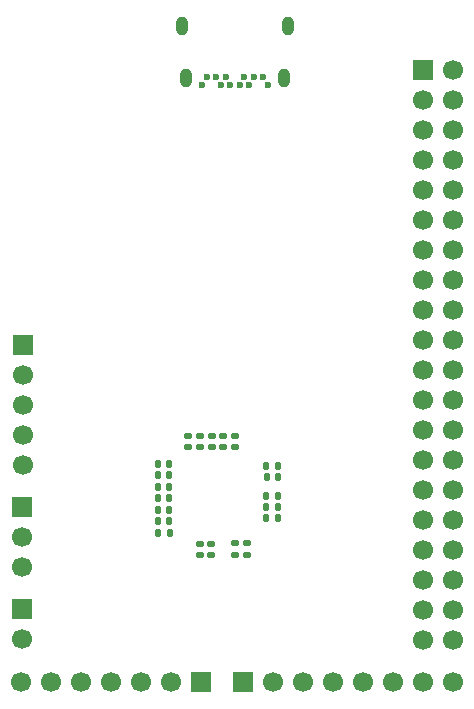
<source format=gbr>
%TF.GenerationSoftware,KiCad,Pcbnew,9.0.4*%
%TF.CreationDate,2025-09-28T18:54:50+03:00*%
%TF.ProjectId,Asius2,41736975-7332-42e6-9b69-6361645f7063,rev?*%
%TF.SameCoordinates,Original*%
%TF.FileFunction,Soldermask,Bot*%
%TF.FilePolarity,Negative*%
%FSLAX46Y46*%
G04 Gerber Fmt 4.6, Leading zero omitted, Abs format (unit mm)*
G04 Created by KiCad (PCBNEW 9.0.4) date 2025-09-28 18:54:50*
%MOMM*%
%LPD*%
G01*
G04 APERTURE LIST*
G04 Aperture macros list*
%AMRoundRect*
0 Rectangle with rounded corners*
0 $1 Rounding radius*
0 $2 $3 $4 $5 $6 $7 $8 $9 X,Y pos of 4 corners*
0 Add a 4 corners polygon primitive as box body*
4,1,4,$2,$3,$4,$5,$6,$7,$8,$9,$2,$3,0*
0 Add four circle primitives for the rounded corners*
1,1,$1+$1,$2,$3*
1,1,$1+$1,$4,$5*
1,1,$1+$1,$6,$7*
1,1,$1+$1,$8,$9*
0 Add four rect primitives between the rounded corners*
20,1,$1+$1,$2,$3,$4,$5,0*
20,1,$1+$1,$4,$5,$6,$7,0*
20,1,$1+$1,$6,$7,$8,$9,0*
20,1,$1+$1,$8,$9,$2,$3,0*%
G04 Aperture macros list end*
%ADD10C,0.600000*%
%ADD11O,1.000000X1.600000*%
%ADD12R,1.700000X1.700000*%
%ADD13C,1.700000*%
%ADD14RoundRect,0.140000X0.140000X0.170000X-0.140000X0.170000X-0.140000X-0.170000X0.140000X-0.170000X0*%
%ADD15RoundRect,0.140000X0.170000X-0.140000X0.170000X0.140000X-0.170000X0.140000X-0.170000X-0.140000X0*%
%ADD16RoundRect,0.140000X-0.140000X-0.170000X0.140000X-0.170000X0.140000X0.170000X-0.140000X0.170000X0*%
%ADD17RoundRect,0.140000X-0.170000X0.140000X-0.170000X-0.140000X0.170000X-0.140000X0.170000X0.140000X0*%
G04 APERTURE END LIST*
D10*
%TO.C,USBC1*%
X83460000Y-78150000D03*
X83860000Y-77450000D03*
X84660000Y-77450000D03*
X85060000Y-78150000D03*
X85460000Y-77450000D03*
X85860000Y-78150000D03*
X86660000Y-78150000D03*
X87060000Y-77450000D03*
X87460000Y-78150000D03*
X87860000Y-77450000D03*
X88660000Y-77450000D03*
X89060000Y-78150000D03*
D11*
X90390000Y-77560000D03*
X82130000Y-77560000D03*
X90750000Y-73150000D03*
X81770000Y-73150000D03*
%TD*%
D12*
%TO.C,J2*%
X102160000Y-76890000D03*
D13*
X104700000Y-76890000D03*
X102160000Y-79430000D03*
X104700000Y-79430000D03*
X102160000Y-81970000D03*
X104700000Y-81970000D03*
X102160000Y-84510000D03*
X104700000Y-84510000D03*
X102160000Y-87050000D03*
X104700000Y-87050000D03*
X102160000Y-89590000D03*
X104700000Y-89590000D03*
X102160000Y-92130000D03*
X104700000Y-92130000D03*
X102160000Y-94670000D03*
X104700000Y-94670000D03*
X102160000Y-97210000D03*
X104700000Y-97210000D03*
X102160000Y-99750000D03*
X104700000Y-99750000D03*
X102160000Y-102290000D03*
X104700000Y-102290000D03*
X102160000Y-104830000D03*
X104700000Y-104830000D03*
X102160000Y-107370000D03*
X104700000Y-107370000D03*
X102160000Y-109910000D03*
X104700000Y-109910000D03*
X102160000Y-112450000D03*
X104700000Y-112450000D03*
X102160000Y-114990000D03*
X104700000Y-114990000D03*
X102160000Y-117530000D03*
X104700000Y-117530000D03*
X102160000Y-120070000D03*
X104700000Y-120070000D03*
X102160000Y-122610000D03*
X104700000Y-122610000D03*
X102160000Y-125150000D03*
X104700000Y-125150000D03*
%TD*%
D12*
%TO.C,J6*%
X68300000Y-100190000D03*
D13*
X68300000Y-102730000D03*
X68300000Y-105270000D03*
X68300000Y-107810000D03*
X68300000Y-110350000D03*
%TD*%
D12*
%TO.C,J5*%
X83410000Y-128720000D03*
D13*
X80870000Y-128720000D03*
X78330000Y-128720000D03*
X75790000Y-128720000D03*
X73250000Y-128720000D03*
X70710000Y-128720000D03*
X68170000Y-128720000D03*
%TD*%
D12*
%TO.C,J4*%
X68250000Y-113920000D03*
D13*
X68250000Y-116460000D03*
X68250000Y-119000000D03*
%TD*%
D12*
%TO.C,J3*%
X86960000Y-128700000D03*
D13*
X89500000Y-128700000D03*
X92040000Y-128700000D03*
X94580000Y-128700000D03*
X97120000Y-128700000D03*
X99660000Y-128700000D03*
X102200000Y-128700000D03*
X104740000Y-128700000D03*
%TD*%
D12*
%TO.C,J1*%
X68250000Y-122560000D03*
D13*
X68250000Y-125100000D03*
%TD*%
D14*
%TO.C,C16*%
X79740000Y-114150000D03*
X80700000Y-114150000D03*
%TD*%
%TO.C,C20*%
X79710000Y-110270000D03*
X80670000Y-110270000D03*
%TD*%
D15*
%TO.C,C21*%
X82320000Y-107890000D03*
X82320000Y-108850000D03*
%TD*%
%TO.C,C22*%
X84270000Y-107870000D03*
X84270000Y-108830000D03*
%TD*%
%TO.C,C23*%
X85250000Y-107870000D03*
X85250000Y-108830000D03*
%TD*%
%TO.C,C24*%
X86230000Y-108830000D03*
X86230000Y-107870000D03*
%TD*%
D16*
%TO.C,C25*%
X89880000Y-110400000D03*
X88920000Y-110400000D03*
%TD*%
D14*
%TO.C,C26*%
X79710000Y-111230000D03*
X80670000Y-111230000D03*
%TD*%
%TO.C,C27*%
X79730000Y-113170000D03*
X80690000Y-113170000D03*
%TD*%
D16*
%TO.C,C28*%
X89870000Y-113900000D03*
X88910000Y-113900000D03*
%TD*%
%TO.C,C29*%
X89870000Y-114870000D03*
X88910000Y-114870000D03*
%TD*%
D14*
%TO.C,C30*%
X79760000Y-116070000D03*
X80720000Y-116070000D03*
%TD*%
D17*
%TO.C,C31*%
X83280000Y-117990000D03*
X83280000Y-117030000D03*
%TD*%
%TO.C,C32*%
X84260000Y-117990000D03*
X84260000Y-117030000D03*
%TD*%
%TO.C,C33*%
X87240000Y-117940000D03*
X87240000Y-116980000D03*
%TD*%
D16*
%TO.C,C34*%
X89870000Y-112940000D03*
X88910000Y-112940000D03*
%TD*%
D14*
%TO.C,C35*%
X79750000Y-115110000D03*
X80710000Y-115110000D03*
%TD*%
D15*
%TO.C,C36*%
X83290000Y-107890000D03*
X83290000Y-108850000D03*
%TD*%
D16*
%TO.C,C37*%
X89890000Y-111370000D03*
X88930000Y-111370000D03*
%TD*%
D17*
%TO.C,C38*%
X86270000Y-117940000D03*
X86270000Y-116980000D03*
%TD*%
D14*
%TO.C,C39*%
X79700000Y-112200000D03*
X80660000Y-112200000D03*
%TD*%
M02*

</source>
